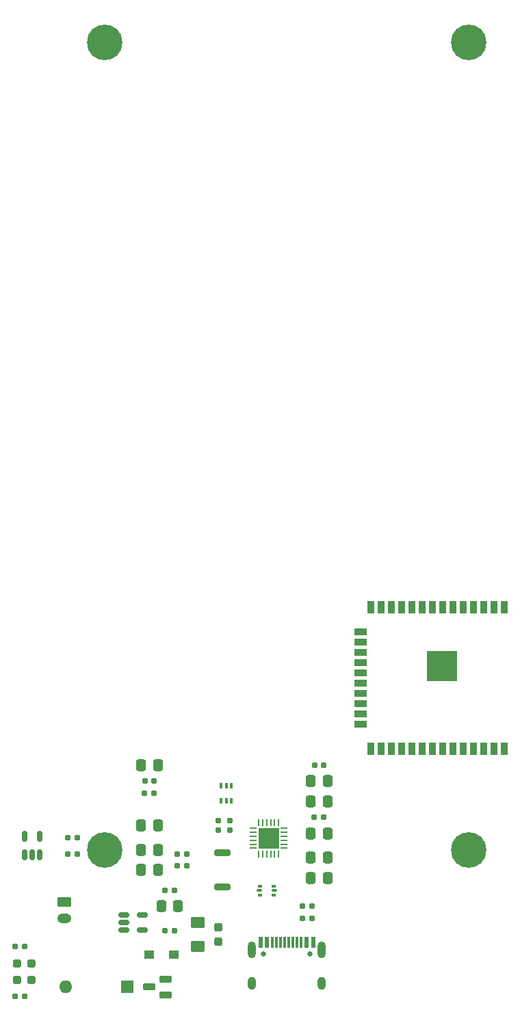
<source format=gbr>
%TF.GenerationSoftware,KiCad,Pcbnew,8.0.3*%
%TF.CreationDate,2024-06-13T15:47:36+01:00*%
%TF.ProjectId,PCB,5043422e-6b69-4636-9164-5f7063625858,rev?*%
%TF.SameCoordinates,Original*%
%TF.FileFunction,Soldermask,Top*%
%TF.FilePolarity,Negative*%
%FSLAX46Y46*%
G04 Gerber Fmt 4.6, Leading zero omitted, Abs format (unit mm)*
G04 Created by KiCad (PCBNEW 8.0.3) date 2024-06-13 15:47:36*
%MOMM*%
%LPD*%
G01*
G04 APERTURE LIST*
G04 Aperture macros list*
%AMRoundRect*
0 Rectangle with rounded corners*
0 $1 Rounding radius*
0 $2 $3 $4 $5 $6 $7 $8 $9 X,Y pos of 4 corners*
0 Add a 4 corners polygon primitive as box body*
4,1,4,$2,$3,$4,$5,$6,$7,$8,$9,$2,$3,0*
0 Add four circle primitives for the rounded corners*
1,1,$1+$1,$2,$3*
1,1,$1+$1,$4,$5*
1,1,$1+$1,$6,$7*
1,1,$1+$1,$8,$9*
0 Add four rect primitives between the rounded corners*
20,1,$1+$1,$2,$3,$4,$5,0*
20,1,$1+$1,$4,$5,$6,$7,0*
20,1,$1+$1,$6,$7,$8,$9,0*
20,1,$1+$1,$8,$9,$2,$3,0*%
G04 Aperture macros list end*
%ADD10C,0.700000*%
%ADD11C,4.400000*%
%ADD12R,1.600000X1.600000*%
%ADD13O,1.600000X1.600000*%
%ADD14RoundRect,0.200000X0.800000X-0.200000X0.800000X0.200000X-0.800000X0.200000X-0.800000X-0.200000X0*%
%ADD15RoundRect,0.160000X0.197500X0.160000X-0.197500X0.160000X-0.197500X-0.160000X0.197500X-0.160000X0*%
%ADD16RoundRect,0.160000X-0.197500X-0.160000X0.197500X-0.160000X0.197500X0.160000X-0.197500X0.160000X0*%
%ADD17RoundRect,0.155000X-0.212500X-0.155000X0.212500X-0.155000X0.212500X0.155000X-0.212500X0.155000X0*%
%ADD18RoundRect,0.250000X-0.337500X-0.475000X0.337500X-0.475000X0.337500X0.475000X-0.337500X0.475000X0*%
%ADD19C,0.650000*%
%ADD20R,0.600000X1.450000*%
%ADD21R,0.300000X1.450000*%
%ADD22O,1.000000X2.100000*%
%ADD23O,1.000000X1.600000*%
%ADD24R,0.900000X1.500000*%
%ADD25R,1.500000X0.900000*%
%ADD26C,0.600000*%
%ADD27R,3.800000X3.800000*%
%ADD28RoundRect,0.100000X0.100000X-0.225000X0.100000X0.225000X-0.100000X0.225000X-0.100000X-0.225000X0*%
%ADD29RoundRect,0.237500X-0.287500X-0.237500X0.287500X-0.237500X0.287500X0.237500X-0.287500X0.237500X0*%
%ADD30RoundRect,0.237500X0.237500X-0.287500X0.237500X0.287500X-0.237500X0.287500X-0.237500X-0.287500X0*%
%ADD31RoundRect,0.150000X0.150000X-0.512500X0.150000X0.512500X-0.150000X0.512500X-0.150000X-0.512500X0*%
%ADD32RoundRect,0.160000X0.160000X-0.197500X0.160000X0.197500X-0.160000X0.197500X-0.160000X-0.197500X0*%
%ADD33RoundRect,0.093750X-0.156250X-0.093750X0.156250X-0.093750X0.156250X0.093750X-0.156250X0.093750X0*%
%ADD34RoundRect,0.075000X-0.250000X-0.075000X0.250000X-0.075000X0.250000X0.075000X-0.250000X0.075000X0*%
%ADD35RoundRect,0.102000X0.660400X0.279400X-0.660400X0.279400X-0.660400X-0.279400X0.660400X-0.279400X0*%
%ADD36RoundRect,0.250000X-0.625000X0.350000X-0.625000X-0.350000X0.625000X-0.350000X0.625000X0.350000X0*%
%ADD37O,1.750000X1.200000*%
%ADD38RoundRect,0.237500X0.287500X0.237500X-0.287500X0.237500X-0.287500X-0.237500X0.287500X-0.237500X0*%
%ADD39RoundRect,0.250001X0.624999X-0.462499X0.624999X0.462499X-0.624999X0.462499X-0.624999X-0.462499X0*%
%ADD40RoundRect,0.150000X-0.512500X-0.150000X0.512500X-0.150000X0.512500X0.150000X-0.512500X0.150000X0*%
%ADD41RoundRect,0.062500X0.062500X-0.350000X0.062500X0.350000X-0.062500X0.350000X-0.062500X-0.350000X0*%
%ADD42RoundRect,0.062500X0.350000X-0.062500X0.350000X0.062500X-0.350000X0.062500X-0.350000X-0.062500X0*%
%ADD43R,2.600000X2.600000*%
%ADD44R,1.143000X1.092200*%
G04 APERTURE END LIST*
D10*
%TO.C,H4*%
X121350000Y-149500000D03*
X121833274Y-148333274D03*
X121833274Y-150666726D03*
X123000000Y-147850000D03*
D11*
X123000000Y-149500000D03*
D10*
X123000000Y-151150000D03*
X124166726Y-148333274D03*
X124166726Y-150666726D03*
X124650000Y-149500000D03*
%TD*%
%TO.C,H3*%
X76350000Y-49500000D03*
X76833274Y-48333274D03*
X76833274Y-50666726D03*
X78000000Y-47850000D03*
D11*
X78000000Y-49500000D03*
D10*
X78000000Y-51150000D03*
X79166726Y-48333274D03*
X79166726Y-50666726D03*
X79650000Y-49500000D03*
%TD*%
%TO.C,H2*%
X121350000Y-49500000D03*
X121833274Y-48333274D03*
X121833274Y-50666726D03*
X123000000Y-47850000D03*
D11*
X123000000Y-49500000D03*
D10*
X123000000Y-51150000D03*
X124166726Y-48333274D03*
X124166726Y-50666726D03*
X124650000Y-49500000D03*
%TD*%
%TO.C,H1*%
X76350000Y-149500000D03*
X76833274Y-148333274D03*
X76833274Y-150666726D03*
X78000000Y-147850000D03*
D11*
X78000000Y-149500000D03*
D10*
X78000000Y-151150000D03*
X79166726Y-148333274D03*
X79166726Y-150666726D03*
X79650000Y-149500000D03*
%TD*%
D12*
%TO.C,SW1*%
X80800000Y-166500000D03*
D13*
X73180000Y-166500000D03*
%TD*%
D14*
%TO.C,SW2*%
X92500000Y-154100000D03*
X92500000Y-149900000D03*
%TD*%
D15*
%TO.C,R13*%
X88097500Y-151500000D03*
X86902500Y-151500000D03*
%TD*%
D16*
%TO.C,R12*%
X86902500Y-150000000D03*
X88097500Y-150000000D03*
%TD*%
%TO.C,R9*%
X82902500Y-142500000D03*
X84097500Y-142500000D03*
%TD*%
D17*
%TO.C,C10*%
X103932500Y-139000000D03*
X105067500Y-139000000D03*
%TD*%
D16*
%TO.C,R5*%
X102402500Y-156500000D03*
X103597500Y-156500000D03*
%TD*%
D18*
%TO.C,C1*%
X84962500Y-156500000D03*
X87037500Y-156500000D03*
%TD*%
D19*
%TO.C,J1*%
X97610000Y-162400000D03*
X103390000Y-162400000D03*
D20*
X97250000Y-160955000D03*
X98050000Y-160955000D03*
D21*
X99250000Y-160955000D03*
X100250000Y-160955000D03*
X100750000Y-160955000D03*
X101750000Y-160955000D03*
D20*
X102950000Y-160955000D03*
X103750000Y-160955000D03*
X103750000Y-160955000D03*
X102950000Y-160955000D03*
D21*
X102250000Y-160955000D03*
X101250000Y-160955000D03*
X99750000Y-160955000D03*
X98750000Y-160955000D03*
D20*
X98050000Y-160955000D03*
X97250000Y-160955000D03*
D22*
X96180000Y-161870000D03*
D23*
X96180000Y-166050000D03*
D22*
X104820000Y-161870000D03*
D23*
X104820000Y-166050000D03*
%TD*%
D15*
%TO.C,R3*%
X86597500Y-154500000D03*
X85402500Y-154500000D03*
%TD*%
%TO.C,R8*%
X105097500Y-145500000D03*
X103902500Y-145500000D03*
%TD*%
D17*
%TO.C,C12*%
X82932500Y-141000000D03*
X84067500Y-141000000D03*
%TD*%
D24*
%TO.C,U5*%
X127430000Y-119500000D03*
X126160000Y-119500000D03*
X124890000Y-119500000D03*
X123620000Y-119500000D03*
X122350000Y-119500000D03*
X121080000Y-119500000D03*
X119810000Y-119500000D03*
X118540000Y-119500000D03*
X117270000Y-119500000D03*
X116000000Y-119500000D03*
X114730000Y-119500000D03*
X113460000Y-119500000D03*
X112190000Y-119500000D03*
X110920000Y-119500000D03*
D25*
X109670000Y-122540000D03*
X109670000Y-123810000D03*
X109670000Y-125080000D03*
X109670000Y-126350000D03*
X109670000Y-127620000D03*
X109670000Y-128890000D03*
X109670000Y-130160000D03*
X109670000Y-131430000D03*
X109670000Y-132700000D03*
X109670000Y-133970000D03*
D24*
X110920000Y-137000000D03*
X112190000Y-137000000D03*
X113460000Y-137000000D03*
X114730000Y-137000000D03*
X116000000Y-137000000D03*
X117270000Y-137000000D03*
X118540000Y-137000000D03*
X119810000Y-137000000D03*
X121080000Y-137000000D03*
X122350000Y-137000000D03*
X123620000Y-137000000D03*
X124890000Y-137000000D03*
X126160000Y-137000000D03*
X127430000Y-137000000D03*
D26*
X120410000Y-125350000D03*
X119010000Y-125350000D03*
X121110000Y-126050000D03*
X119710000Y-126050000D03*
X118310000Y-126050000D03*
X120410000Y-126725000D03*
X119010000Y-126725000D03*
D27*
X119710000Y-126750000D03*
D26*
X121110000Y-127450000D03*
X119710000Y-127450000D03*
X118310000Y-127450000D03*
X120410000Y-128150000D03*
X119010000Y-128150000D03*
%TD*%
D18*
%TO.C,C8*%
X82462500Y-146500000D03*
X84537500Y-146500000D03*
%TD*%
%TO.C,C13*%
X103462500Y-141000000D03*
X105537500Y-141000000D03*
%TD*%
D15*
%TO.C,R6*%
X68097500Y-161500000D03*
X66902500Y-161500000D03*
%TD*%
D16*
%TO.C,R4*%
X102402500Y-158000000D03*
X103597500Y-158000000D03*
%TD*%
D28*
%TO.C,Q2*%
X92350000Y-143450000D03*
X93000000Y-143450000D03*
X93650000Y-143450000D03*
X93650000Y-141550000D03*
X93000000Y-141550000D03*
X92350000Y-141550000D03*
%TD*%
D15*
%TO.C,R1*%
X86597500Y-159500000D03*
X85402500Y-159500000D03*
%TD*%
D29*
%TO.C,D1*%
X67125000Y-163611250D03*
X68875000Y-163611250D03*
%TD*%
D17*
%TO.C,C4*%
X73432500Y-150000000D03*
X74567500Y-150000000D03*
%TD*%
D30*
%TO.C,FB1*%
X92000000Y-160875000D03*
X92000000Y-159125000D03*
%TD*%
D16*
%TO.C,R2*%
X73402500Y-148000000D03*
X74597500Y-148000000D03*
%TD*%
D31*
%TO.C,U1*%
X68050000Y-150137500D03*
X69000000Y-150137500D03*
X69950000Y-150137500D03*
X69950000Y-147862500D03*
X68050000Y-147862500D03*
%TD*%
D18*
%TO.C,C6*%
X103462500Y-150500000D03*
X105537500Y-150500000D03*
%TD*%
D32*
%TO.C,R11*%
X93500000Y-147097500D03*
X93500000Y-145902500D03*
%TD*%
D33*
%TO.C,U3*%
X97187500Y-154000000D03*
D34*
X97112500Y-154537500D03*
D33*
X97187500Y-155075000D03*
X98887500Y-155075000D03*
D34*
X98962500Y-154537500D03*
D33*
X98887500Y-154000000D03*
%TD*%
D18*
%TO.C,C2*%
X82462500Y-152000000D03*
X84537500Y-152000000D03*
%TD*%
D35*
%TO.C,Q1*%
X85516000Y-167465200D03*
X85516000Y-165534800D03*
X83484000Y-166500000D03*
%TD*%
D36*
%TO.C,JSTPH1*%
X72950000Y-156000000D03*
D37*
X72950000Y-158000000D03*
%TD*%
D18*
%TO.C,C11*%
X103462500Y-143500000D03*
X105537500Y-143500000D03*
%TD*%
D38*
%TO.C,D2*%
X68875000Y-165611250D03*
X67125000Y-165611250D03*
%TD*%
D18*
%TO.C,C7*%
X103462500Y-147500000D03*
X105537500Y-147500000D03*
%TD*%
D39*
%TO.C,F1*%
X89500000Y-161487500D03*
X89500000Y-158512500D03*
%TD*%
D15*
%TO.C,R7*%
X68097500Y-167611250D03*
X66902500Y-167611250D03*
%TD*%
D18*
%TO.C,C9*%
X82462500Y-139000000D03*
X84537500Y-139000000D03*
%TD*%
%TO.C,C5*%
X82462500Y-149500000D03*
X84537500Y-149500000D03*
%TD*%
D32*
%TO.C,R10*%
X92000000Y-147097500D03*
X92000000Y-145902500D03*
%TD*%
D40*
%TO.C,U2*%
X80362500Y-157550000D03*
X80362500Y-158500000D03*
X80362500Y-159450000D03*
X82637500Y-159450000D03*
X82637500Y-157550000D03*
%TD*%
D18*
%TO.C,C3*%
X103462500Y-153000000D03*
X105537500Y-153000000D03*
%TD*%
D41*
%TO.C,U4*%
X97000000Y-150000000D03*
X97500000Y-150000000D03*
X98000000Y-150000000D03*
X98500000Y-150000000D03*
X99000000Y-150000000D03*
X99500000Y-150000000D03*
D42*
X100187500Y-149312500D03*
X100187500Y-148812500D03*
X100187500Y-148312500D03*
X100187500Y-147812500D03*
X100187500Y-147312500D03*
X100187500Y-146812500D03*
D41*
X99500000Y-146125000D03*
X99000000Y-146125000D03*
X98500000Y-146125000D03*
X98000000Y-146125000D03*
X97500000Y-146125000D03*
X97000000Y-146125000D03*
D42*
X96312500Y-146812500D03*
X96312500Y-147312500D03*
X96312500Y-147812500D03*
X96312500Y-148312500D03*
X96312500Y-148812500D03*
X96312500Y-149312500D03*
D43*
X98250000Y-148062500D03*
%TD*%
D44*
%TO.C,CR1*%
X83463300Y-162500000D03*
X86536700Y-162500000D03*
%TD*%
M02*

</source>
